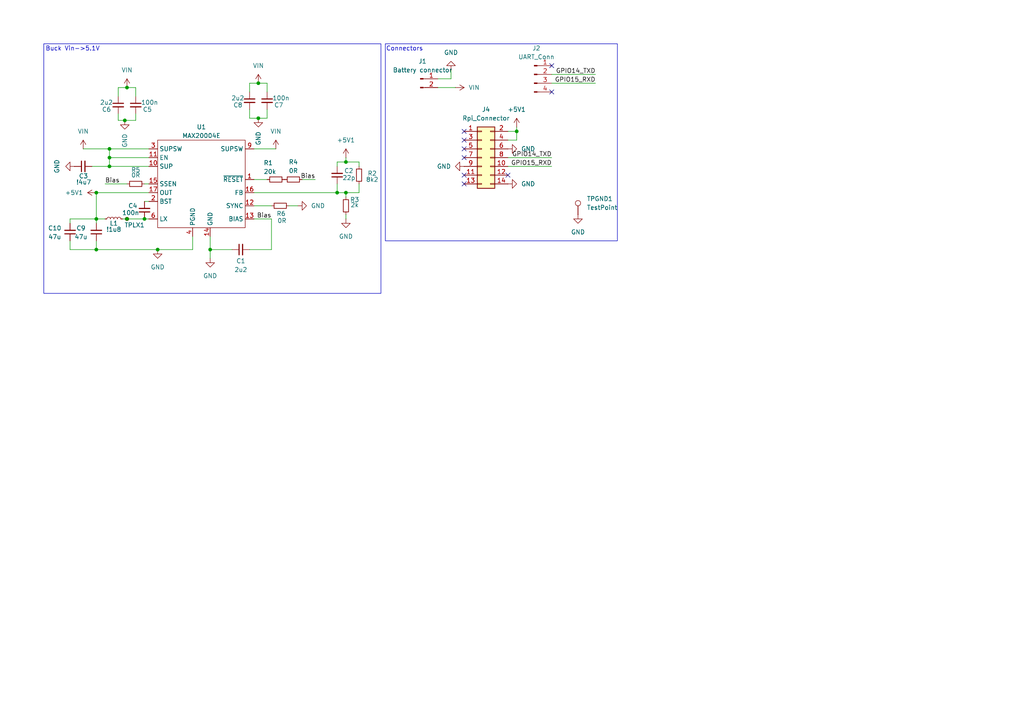
<source format=kicad_sch>
(kicad_sch (version 20231120) (generator "eeschema") (generator_version "8.0")
  (paper "A4")
  (lib_symbols
    (symbol "Connector:Conn_01x02_Pin" (pin_names (offset 1.016) hide)
      (property "Reference" "J" (at 0 2.54 0))
      (property "Value" "Conn_01x02_Pin" (at 0 -5.08 0))
      (symbol "Conn_01x02_Pin_1_1"
        (polyline (pts (xy 1.27 -2.54) (xy 0.8636 -2.54)) (stroke (width 0.1524)))
        (polyline (pts (xy 1.27 0) (xy 0.8636 0)) (stroke (width 0.1524)))
        (rectangle (start 0.8636 -2.413) (end 0 -2.667) (stroke (width 0.1524)) (fill (type outline)))
        (rectangle (start 0.8636 0.127) (end 0 -0.127) (stroke (width 0.1524)) (fill (type outline)))
        (pin passive line (at 5.08 0 180) (length 3.81) (name "Pin_1") (number "1"))
        (pin passive line (at 5.08 -2.54 180) (length 3.81) (name "Pin_2") (number "2"))
      )
    )
    (symbol "Connector:Conn_01x04_Pin" (pin_names (offset 1.016) hide)
      (property "Reference" "J" (at 0 5.08 0))
      (property "Value" "Conn_01x04_Pin" (at 0 -7.62 0))
      (symbol "Conn_01x04_Pin_1_1"
        (polyline (pts (xy 1.27 -5.08) (xy 0.8636 -5.08)) (stroke (width 0.1524)))
        (polyline (pts (xy 1.27 -2.54) (xy 0.8636 -2.54)) (stroke (width 0.1524)))
        (polyline (pts (xy 1.27 0) (xy 0.8636 0)) (stroke (width 0.1524)))
        (polyline (pts (xy 1.27 2.54) (xy 0.8636 2.54)) (stroke (width 0.1524)))
        (rectangle (start 0.8636 -4.953) (end 0 -5.207) (stroke (width 0.1524)) (fill (type outline)))
        (rectangle (start 0.8636 -2.413) (end 0 -2.667) (stroke (width 0.1524)) (fill (type outline)))
        (rectangle (start 0.8636 0.127) (end 0 -0.127) (stroke (width 0.1524)) (fill (type outline)))
        (rectangle (start 0.8636 2.667) (end 0 2.413) (stroke (width 0.1524)) (fill (type outline)))
        (pin passive line (at 5.08 2.54 180) (length 3.81) (name "Pin_1") (number "1"))
        (pin passive line (at 5.08 0 180) (length 3.81) (name "Pin_2") (number "2"))
        (pin passive line (at 5.08 -2.54 180) (length 3.81) (name "Pin_3") (number "3"))
        (pin passive line (at 5.08 -5.08 180) (length 3.81) (name "Pin_4") (number "4"))
      )
    )
    (symbol "Connector:TestPoint" (pin_numbers hide) (pin_names (offset 0.762) hide)
      (property "Reference" "TP" (at 0 6.858 0))
      (property "Value" "TestPoint" (at 0 5.08 0))
      (symbol "TestPoint_0_1"
        (circle (center 0 3.302) (radius 0.762))
      )
      (symbol "TestPoint_1_1"
        (pin passive line (at 0 0 90) (length 2.54) (name "1") (number "1"))
      )
    )
    (symbol "Connector:TestPoint_Small" (pin_numbers hide) (pin_names (offset 0.762) hide)
      (property "Reference" "TP" (at 0 3.81 0))
      (property "Value" "TestPoint_Small" (at 0 2.032 0))
      (symbol "TestPoint_Small_0_1"
        (circle (center 0 0) (radius 0.508))
      )
      (symbol "TestPoint_Small_1_1"
        (pin passive line (at 0 0 90) (length 0) (name "1") (number "1"))
      )
    )
    (symbol "Connector_Generic:Conn_02x07_Odd_Even" (pin_names (offset 1.016) hide)
      (property "Reference" "J" (at 1.27 10.16 0))
      (property "Value" "Conn_02x07_Odd_Even" (at 1.27 -10.16 0))
      (symbol "Conn_02x07_Odd_Even_1_1"
        (rectangle (start -1.27 -7.493) (end 0 -7.747) (stroke (width 0.1524)))
        (rectangle (start -1.27 -4.953) (end 0 -5.207) (stroke (width 0.1524)))
        (rectangle (start -1.27 -2.413) (end 0 -2.667) (stroke (width 0.1524)))
        (rectangle (start -1.27 0.127) (end 0 -0.127) (stroke (width 0.1524)))
        (rectangle (start -1.27 2.667) (end 0 2.413) (stroke (width 0.1524)))
        (rectangle (start -1.27 5.207) (end 0 4.953) (stroke (width 0.1524)))
        (rectangle (start -1.27 7.747) (end 0 7.493) (stroke (width 0.1524)))
        (rectangle (start -1.27 8.89) (end 3.81 -8.89) (stroke (width 0.254)) (fill (type background)))
        (rectangle (start 3.81 -7.493) (end 2.54 -7.747) (stroke (width 0.1524)))
        (rectangle (start 3.81 -4.953) (end 2.54 -5.207) (stroke (width 0.1524)))
        (rectangle (start 3.81 -2.413) (end 2.54 -2.667) (stroke (width 0.1524)))
        (rectangle (start 3.81 0.127) (end 2.54 -0.127) (stroke (width 0.1524)))
        (rectangle (start 3.81 2.667) (end 2.54 2.413) (stroke (width 0.1524)))
        (rectangle (start 3.81 5.207) (end 2.54 4.953) (stroke (width 0.1524)))
        (rectangle (start 3.81 7.747) (end 2.54 7.493) (stroke (width 0.1524)))
        (pin passive line (at -5.08 7.62 0) (length 3.81) (name "Pin_1") (number "1"))
        (pin passive line (at 7.62 -2.54 180) (length 3.81) (name "Pin_10") (number "10"))
        (pin passive line (at -5.08 -5.08 0) (length 3.81) (name "Pin_11") (number "11"))
        (pin passive line (at 7.62 -5.08 180) (length 3.81) (name "Pin_12") (number "12"))
        (pin passive line (at -5.08 -7.62 0) (length 3.81) (name "Pin_13") (number "13"))
        (pin passive line (at 7.62 -7.62 180) (length 3.81) (name "Pin_14") (number "14"))
        (pin passive line (at 7.62 7.62 180) (length 3.81) (name "Pin_2") (number "2"))
        (pin passive line (at -5.08 5.08 0) (length 3.81) (name "Pin_3") (number "3"))
        (pin passive line (at 7.62 5.08 180) (length 3.81) (name "Pin_4") (number "4"))
        (pin passive line (at -5.08 2.54 0) (length 3.81) (name "Pin_5") (number "5"))
        (pin passive line (at 7.62 2.54 180) (length 3.81) (name "Pin_6") (number "6"))
        (pin passive line (at -5.08 0 0) (length 3.81) (name "Pin_7") (number "7"))
        (pin passive line (at 7.62 0 180) (length 3.81) (name "Pin_8") (number "8"))
        (pin passive line (at -5.08 -2.54 0) (length 3.81) (name "Pin_9") (number "9"))
      )
    )
    (symbol "Custi:MAX20006E"
      (property "Reference" "U1" (at 0 16.51 0))
      (property "Value" "MAX20004E" (at 0 13.97 0))
      (symbol "MAX20006E_0_1"
        (rectangle (start -12.7 12.7) (end 12.7 -12.7))
      )
      (symbol "MAX20006E_1_1"
        (pin input line (at 15.24 1.27 180) (length 2.54) (name "~{RESET}") (number "1"))
        (pin input line (at -15.24 5.08 0) (length 2.54) (name "SUP") (number "10"))
        (pin input line (at -15.24 7.62 0) (length 2.54) (name "EN") (number "11"))
        (pin input line (at 15.24 -6.35 180) (length 2.54) (name "SYNC") (number "12"))
        (pin input line (at 15.24 -10.16 180) (length 2.54) (name "BIAS") (number "13"))
        (pin input line (at 2.54 -15.24 90) (length 2.54) (name "GND") (number "14"))
        (pin input line (at -15.24 0 0) (length 2.54) (name "SSEN") (number "15"))
        (pin input line (at 15.24 -2.54 180) (length 2.54) (name "FB") (number "16"))
        (pin input line (at -15.24 -2.54 0) (length 2.54) (name "OUT") (number "17"))
        (pin input line (at 15.24 10.16 180) (length 2.54) hide (name "SUPSW") (number "18"))
        (pin input line (at -15.24 -5.08 0) (length 2.54) (name "BST") (number "2"))
        (pin input line (at -15.24 10.16 0) (length 2.54) (name "SUPSW") (number "3"))
        (pin input line (at -2.54 -15.24 90) (length 2.54) (name "PGND") (number "4"))
        (pin input line (at -2.54 -15.24 90) (length 2.54) hide (name "PGND") (number "5"))
        (pin input line (at -15.24 -10.16 0) (length 2.54) (name "LX") (number "6"))
        (pin input line (at -2.54 -15.24 90) (length 2.54) hide (name "PGND") (number "7"))
        (pin input line (at -2.54 -15.24 90) (length 2.54) hide (name "PGND") (number "8"))
        (pin input line (at 15.24 10.16 180) (length 2.54) (name "SUPSW") (number "9"))
      )
    )
    (symbol "Device:C_Small" (pin_numbers hide) (pin_names (offset 0.254) hide)
      (property "Reference" "C" (at 0.254 1.778 0))
      (property "Value" "C_Small" (at 0.254 -2.032 0))
      (symbol "C_Small_0_1"
        (polyline (pts (xy -1.524 -0.508) (xy 1.524 -0.508)) (stroke (width 0.3302)))
        (polyline (pts (xy -1.524 0.508) (xy 1.524 0.508)) (stroke (width 0.3048)))
      )
      (symbol "C_Small_1_1"
        (pin passive line (at 0 2.54 270) (length 2.032) (name "~") (number "1"))
        (pin passive line (at 0 -2.54 90) (length 2.032) (name "~") (number "2"))
      )
    )
    (symbol "Device:L_Small" (pin_numbers hide) (pin_names (offset 0.254) hide)
      (property "Reference" "L" (at 0.762 1.016 0))
      (property "Value" "L_Small" (at 0.762 -1.016 0))
      (symbol "L_Small_0_1"
        (arc (start 0 -2.032) (mid 0.5058 -1.524) (end 0 -1.016))
        (arc (start 0 -1.016) (mid 0.5058 -0.508) (end 0 0))
        (arc (start 0 0) (mid 0.5058 0.508) (end 0 1.016))
        (arc (start 0 1.016) (mid 0.5058 1.524) (end 0 2.032))
      )
      (symbol "L_Small_1_1"
        (pin passive line (at 0 2.54 270) (length 0.508) (name "~") (number "1"))
        (pin passive line (at 0 -2.54 90) (length 0.508) (name "~") (number "2"))
      )
    )
    (symbol "Device:R_Small" (pin_numbers hide) (pin_names (offset 0.254) hide)
      (property "Reference" "R" (at 0.762 0.508 0))
      (property "Value" "R_Small" (at 0.762 -1.016 0))
      (symbol "R_Small_0_1"
        (rectangle (start -0.762 1.778) (end 0.762 -1.778) (stroke (width 0.2032)))
      )
      (symbol "R_Small_1_1"
        (pin passive line (at 0 2.54 270) (length 0.762) (name "~") (number "1"))
        (pin passive line (at 0 -2.54 90) (length 0.762) (name "~") (number "2"))
      )
    )
    (symbol "power:+5V" (power) (pin_numbers hide) (pin_names (offset 0) hide)
      (property "Value" "+5V" (at 0 3.556 0))
      (symbol "+5V_0_1"
        (polyline (pts (xy -0.762 1.27) (xy 0 2.54)))
        (polyline (pts (xy 0 0) (xy 0 2.54)))
        (polyline (pts (xy 0 2.54) (xy 0.762 1.27)))
      )
      (symbol "+5V_1_1"
        (pin power_in line (at 0 0 90) (length 0) (name "~") (number "1"))
      )
    )
    (symbol "power:GND" (power) (pin_numbers hide) (pin_names (offset 0) hide)
      (property "Value" "GND" (at 0 -3.81 0))
      (symbol "GND_0_1"
        (polyline (pts (xy 0 0) (xy 0 -1.27) (xy 1.27 -1.27) (xy 0 -2.54) (xy -1.27 -1.27) (xy 0 -1.27)))
      )
      (symbol "GND_1_1"
        (pin power_in line (at 0 0 270) (length 0) (name "~") (number "1"))
      )
    )
    (symbol "power:VBUS" (power) (pin_numbers hide) (pin_names (offset 0) hide)
      (property "Value" "VBUS" (at 0 3.556 0))
      (symbol "VBUS_0_1"
        (polyline (pts (xy -0.762 1.27) (xy 0 2.54)))
        (polyline (pts (xy 0 0) (xy 0 2.54)))
        (polyline (pts (xy 0 2.54) (xy 0.762 1.27)))
      )
      (symbol "VBUS_1_1"
        (pin power_in line (at 0 0 90) (length 0) (name "~") (number "1"))
      )
    )
  )
  (junction (at 27.94 63.5))
  (junction (at 100.33 46.99))
  (junction (at 36.83 25.4))
  (junction (at 100.33 55.88))
  (junction (at 60.96 72.39))
  (junction (at 31.75 45.72))
  (junction (at 74.93 34.29))
  (junction (at 36.83 63.5))
  (junction (at 27.94 72.39))
  (junction (at 74.93 24.13))
  (junction (at 27.94 55.88))
  (junction (at 31.75 43.18))
  (junction (at 149.86 38.1))
  (junction (at 41.91 63.5))
  (junction (at 97.79 55.88))
  (junction (at 45.72 72.39))
  (junction (at 31.75 48.26))
  (junction (at 36.195 34.925))
  (no_connect (at 134.62 53.34))
  (no_connect (at 160.02 26.67))
  (no_connect (at 134.62 43.18))
  (no_connect (at 147.32 50.8))
  (no_connect (at 134.62 40.64))
  (no_connect (at 134.62 38.1))
  (no_connect (at 134.62 45.72))
  (no_connect (at 134.62 50.8))
  (no_connect (at 160.02 19.05))
  (wire (pts (xy 72.39 31.75) (xy 72.39 34.29)))
  (wire (pts (xy 149.86 36.83) (xy 149.86 38.1)))
  (wire (pts (xy 100.33 62.23) (xy 100.33 63.5)))
  (wire (pts (xy 77.47 34.29) (xy 74.93 34.29)))
  (wire (pts (xy 83.82 59.69) (xy 86.36 59.69)))
  (wire (pts (xy 78.74 72.39) (xy 72.39 72.39)))
  (wire (pts (xy 41.91 58.42) (xy 43.18 58.42)))
  (wire (pts (xy 34.29 34.925) (xy 36.195 34.925)))
  (wire (pts (xy 26.67 48.26) (xy 31.75 48.26)))
  (wire (pts (xy 104.14 48.26) (xy 104.14 46.99)))
  (wire (pts (xy 104.14 46.99) (xy 100.33 46.99)))
  (wire (pts (xy 27.94 72.39) (xy 45.72 72.39)))
  (wire (pts (xy 147.32 48.26) (xy 160.02 48.26)))
  (wire (pts (xy 20.32 64.77) (xy 20.32 63.5)))
  (wire (pts (xy 149.86 40.64) (xy 147.32 40.64)))
  (wire (pts (xy 60.96 72.39) (xy 60.96 74.93)))
  (wire (pts (xy 39.37 25.4) (xy 36.83 25.4)))
  (wire (pts (xy 97.79 46.99) (xy 100.33 46.99)))
  (wire (pts (xy 127 25.4) (xy 132.08 25.4)))
  (wire (pts (xy 31.75 48.26) (xy 31.75 45.72)))
  (wire (pts (xy 35.56 63.5) (xy 36.83 63.5)))
  (wire (pts (xy 77.47 52.07) (xy 73.66 52.07)))
  (wire (pts (xy 27.94 63.5) (xy 27.94 64.77)))
  (wire (pts (xy 60.96 72.39) (xy 67.31 72.39)))
  (wire (pts (xy 55.88 68.58) (xy 55.88 72.39)))
  (wire (pts (xy 20.32 63.5) (xy 27.94 63.5)))
  (wire (pts (xy 73.66 59.69) (xy 78.74 59.69)))
  (wire (pts (xy 27.94 69.85) (xy 27.94 72.39)))
  (wire (pts (xy 60.96 68.58) (xy 60.96 72.39)))
  (wire (pts (xy 77.47 34.29) (xy 77.47 31.75)))
  (wire (pts (xy 100.33 55.88) (xy 104.14 55.88)))
  (wire (pts (xy 78.74 63.5) (xy 78.74 72.39)))
  (wire (pts (xy 87.63 52.07) (xy 91.44 52.07)))
  (wire (pts (xy 72.39 24.13) (xy 74.93 24.13)))
  (wire (pts (xy 100.33 55.88) (xy 100.33 57.15)))
  (wire (pts (xy 104.14 53.34) (xy 104.14 55.88)))
  (wire (pts (xy 72.39 26.67) (xy 72.39 24.13)))
  (wire (pts (xy 34.29 25.4) (xy 34.29 27.94)))
  (wire (pts (xy 41.91 53.34) (xy 43.18 53.34)))
  (wire (pts (xy 34.29 33.02) (xy 34.29 34.925)))
  (wire (pts (xy 27.94 55.88) (xy 43.18 55.88)))
  (wire (pts (xy 97.79 53.34) (xy 97.79 55.88)))
  (wire (pts (xy 24.13 43.18) (xy 31.75 43.18)))
  (wire (pts (xy 74.93 24.13) (xy 77.47 24.13)))
  (wire (pts (xy 20.32 69.85) (xy 20.32 72.39)))
  (wire (pts (xy 127 22.86) (xy 130.81 22.86)))
  (wire (pts (xy 39.37 25.4) (xy 39.37 27.94)))
  (wire (pts (xy 43.18 48.26) (xy 31.75 48.26)))
  (wire (pts (xy 41.91 63.5) (xy 43.18 63.5)))
  (wire (pts (xy 77.47 24.13) (xy 77.47 26.67)))
  (wire (pts (xy 27.94 55.88) (xy 27.94 63.5)))
  (wire (pts (xy 30.48 53.34) (xy 36.83 53.34)))
  (wire (pts (xy 78.74 63.5) (xy 73.66 63.5)))
  (wire (pts (xy 72.39 34.29) (xy 74.93 34.29)))
  (wire (pts (xy 27.94 63.5) (xy 30.48 63.5)))
  (wire (pts (xy 97.79 55.88) (xy 100.33 55.88)))
  (wire (pts (xy 31.75 43.18) (xy 43.18 43.18)))
  (wire (pts (xy 45.72 72.39) (xy 55.88 72.39)))
  (wire (pts (xy 31.75 45.72) (xy 31.75 43.18)))
  (wire (pts (xy 31.75 45.72) (xy 43.18 45.72)))
  (wire (pts (xy 160.02 21.59) (xy 172.72 21.59)))
  (wire (pts (xy 149.86 38.1) (xy 147.32 38.1)))
  (wire (pts (xy 160.02 24.13) (xy 172.72 24.13)))
  (wire (pts (xy 73.66 55.88) (xy 97.79 55.88)))
  (wire (pts (xy 73.66 43.18) (xy 80.01 43.18)))
  (wire (pts (xy 97.79 48.26) (xy 97.79 46.99)))
  (wire (pts (xy 130.81 22.86) (xy 130.81 20.32)))
  (wire (pts (xy 147.32 45.72) (xy 160.02 45.72)))
  (wire (pts (xy 36.83 63.5) (xy 41.91 63.5)))
  (wire (pts (xy 36.83 25.4) (xy 34.29 25.4)))
  (wire (pts (xy 20.32 72.39) (xy 27.94 72.39)))
  (wire (pts (xy 100.33 46.99) (xy 100.33 45.72)))
  (wire (pts (xy 149.86 38.1) (xy 149.86 40.64)))
  (wire (pts (xy 39.37 34.925) (xy 36.195 34.925)))
  (wire (pts (xy 39.37 34.925) (xy 39.37 33.02)))
  (rectangle (start 12.7 12.7) (end 110.49 85.09))
  (text_box "" (at 111.76 12.7 0) (size 67.31 57.15) (effects (font (size 1.27 1.27)) (justify left top)))
  (text "Connectors" (at 117.348 14.224 0) (effects (font (size 1.27 1.27))))
  (text "Buck Vin->5.1V" (at 21.082 14.224 0) (effects (font (size 1.27 1.27))))
  (label "GPIO14_TXD" (at 172.72 21.59 180))
  (label "Bias" (at 91.44 52.07 180))
  (label "Bias" (at 30.48 53.34 0))
  (label "GPIO15_RXD" (at 160.02 48.26 180))
  (label "Bias" (at 78.74 63.5 180))
  (label "GPIO14_TXD" (at 160.02 45.72 180))
  (label "GPIO15_RXD" (at 172.72 24.13 180))
  (symbol (lib_id "Device:R_Small") (at 104.14 50.8 180) (unit 1)
    (property "Reference" "R2" (at 107.95 50.292 0))
    (property "Value" "8k2" (at 107.95 52.07 0))
    (property "Footprint" "Resistor_SMD:R_0402_1005Metric" (effects (hide yes)))
    (property "Description" "Resistor, small symbol" (effects (hide yes)))
  )
  (symbol (lib_id "power:GND") (at 86.36 59.69 90) (unit 1)
    (property "Reference" "#PWR08" (effects (hide yes)))
    (property "Value" "GND" (at 90.17 59.6899 90) (effects (justify right)))
    (property "Description" "Power symbol creates a global label with name \"GND\" , ground" (effects (hide yes)))
  )
  (symbol (lib_id "Device:C_Small") (at 24.13 48.26 90) (mirror x) (unit 1)
    (property "Reference" "C3" (at 22.86 51.054 90) (effects (justify right)))
    (property "Value" "!4u7" (at 22.098 52.832 90) (effects (justify right)))
    (property "Footprint" "Capacitor_SMD:C_0805_2012Metric" (effects (hide yes)))
    (property "Datasheet" "https://www.mouser.fr/datasheet/2/396/mlcc02_e-1307760.pdf" (effects (hide yes)))
    (property "Description" "Unpolarized capacitor, small symbol" (effects (hide yes)))
    (property "MPN" "UMK212BBJ475KG-T" (effects (hide yes)))
  )
  (symbol (lib_id "power:GND") (at 100.33 63.5 0) (unit 1)
    (property "Reference" "#PWR03" (effects (hide yes)))
    (property "Value" "GND" (at 100.33 68.58 0))
    (property "Description" "Power symbol creates a global label with name \"GND\" , ground" (effects (hide yes)))
  )
  (symbol (lib_id "Device:C_Small") (at 20.32 67.31 180) (unit 1)
    (property "Reference" "C10" (at 15.875 66.167 0))
    (property "Value" "47u" (at 15.875 68.707 0))
    (property "Footprint" "Capacitor_SMD:C_0805_2012Metric" (effects (hide yes)))
    (property "Description" "Unpolarized capacitor, small symbol" (effects (hide yes)))
  )
  (symbol (lib_id "Device:R_Small") (at 39.37 53.34 90) (unit 1)
    (property "Reference" "R5" (at 39.37 49.276 90))
    (property "Value" "0R" (at 39.37 50.8 90))
    (property "Footprint" "Resistor_SMD:R_0402_1005Metric" (effects (hide yes)))
    (property "Description" "Resistor, small symbol" (effects (hide yes)))
  )
  (symbol (lib_id "power:GND") (at 36.195 34.925 0) (unit 1)
    (property "Reference" "#PWR011" (effects (hide yes)))
    (property "Value" "GND" (at 36.1951 38.735 90) (effects (justify right)))
    (property "Description" "Power symbol creates a global label with name \"GND\" , ground" (effects (hide yes)))
  )
  (symbol (lib_id "power:GND") (at 130.81 20.32 180) (unit 1)
    (property "Reference" "#PWR02" (effects (hide yes)))
    (property "Value" "GND" (at 130.81 15.24 0))
    (property "Description" "Power symbol creates a global label with name \"GND\" , ground" (effects (hide yes)))
  )
  (symbol (lib_id "power:VBUS") (at 149.86 36.83 0) (unit 1)
    (property "Reference" "#PWR023" (effects (hide yes)))
    (property "Value" "+5V1" (at 149.86 31.75 0))
    (property "Description" "Power symbol creates a global label with name \"VBUS\"" (effects (hide yes)))
  )
  (symbol (lib_id "power:GND") (at 167.64 62.23 0) (unit 1)
    (property "Reference" "#PWR016" (effects (hide yes)))
    (property "Value" "GND" (at 167.64 67.31 0))
    (property "Description" "Power symbol creates a global label with name \"GND\" , ground" (effects (hide yes)))
  )
  (symbol (lib_id "power:GND") (at 21.59 48.26 270) (unit 1)
    (property "Reference" "#PWR09" (effects (hide yes)))
    (property "Value" "GND" (at 16.51 48.26 0))
    (property "Description" "Power symbol creates a global label with name \"GND\" , ground" (effects (hide yes)))
  )
  (symbol (lib_id "Connector:Conn_01x02_Pin") (at 121.92 22.86 0) (unit 1)
    (property "Reference" "J1" (at 122.555 17.78 0))
    (property "Value" "Battery connector" (at 122.555 20.32 0))
    (property "Footprint" "Connector_AMASS:AMASS_XT60-F_1x02_P7.20mm_Vertical" (effects (hide yes)))
    (property "Description" "Generic connector, single row, 01x02, script generated" (effects (hide yes)))
  )
  (symbol (lib_id "Connector:TestPoint") (at 167.64 62.23 0) (unit 1)
    (property "Reference" "TPGND1" (at 170.18 57.6579 0) (effects (justify left)))
    (property "Value" "TestPoint" (at 170.18 60.1979 0) (effects (justify left)))
    (property "Footprint" "TestPoint:TestPoint_Pad_2.0x2.0mm" (effects (hide yes)))
    (property "Description" "test point" (effects (hide yes)))
  )
  (symbol (lib_id "Connector:Conn_01x04_Pin") (at 154.94 21.59 0) (unit 1)
    (property "Reference" "J2" (at 155.575 13.97 0))
    (property "Value" "UART_Conn" (at 155.575 16.51 0))
    (property "Footprint" "Connector_JST:JST_XH_B4B-XH-A_1x04_P2.50mm_Vertical" (effects (hide yes)))
    (property "Description" "Generic connector, single row, 01x04, script generated" (effects (hide yes)))
  )
  (symbol (lib_id "power:+5V") (at 100.33 45.72 0) (unit 1)
    (property "Reference" "#PWR05" (effects (hide yes)))
    (property "Value" "+5V1" (at 100.33 40.64 0))
    (property "Description" "Power symbol creates a global label with name \"+5V\"" (effects (hide yes)))
  )
  (symbol (lib_id "power:+5V") (at 36.83 25.4 0) (unit 1)
    (property "Reference" "#PWR014" (effects (hide yes)))
    (property "Value" "VIN" (at 36.83 20.32 0))
    (property "Description" "Power symbol creates a global label with name \"+5V\"" (effects (hide yes)))
  )
  (symbol (lib_id "Device:C_Small") (at 41.91 60.96 0) (mirror x) (unit 1)
    (property "Reference" "C4" (at 39.878 59.69 0) (effects (justify right)))
    (property "Value" "100n" (at 40.386 61.722 0) (effects (justify right)))
    (property "Footprint" "Capacitor_SMD:C_0402_1005Metric" (effects (hide yes)))
    (property "Description" "Unpolarized capacitor, small symbol" (effects (hide yes)))
  )
  (symbol (lib_id "power:GND") (at 45.72 72.39 0) (unit 1)
    (property "Reference" "#PWR015" (effects (hide yes)))
    (property "Value" "GND" (at 45.72 77.47 0))
    (property "Description" "Power symbol creates a global label with name \"GND\" , ground" (effects (hide yes)))
  )
  (symbol (lib_id "Device:C_Small") (at 69.85 72.39 90) (mirror x) (unit 1)
    (property "Reference" "C1" (at 69.85 75.692 90))
    (property "Value" "2u2" (at 69.85 78.232 90))
    (property "Footprint" "Capacitor_SMD:C_0805_2012Metric" (effects (hide yes)))
    (property "Description" "Unpolarized capacitor, small symbol" (effects (hide yes)))
  )
  (symbol (lib_id "Device:R_Small") (at 80.01 52.07 270) (mirror x) (unit 1)
    (property "Reference" "R1" (at 76.454 47.244 90) (effects (justify left)))
    (property "Value" "20k" (at 76.454 49.784 90) (effects (justify left)))
    (property "Footprint" "Resistor_SMD:R_0402_1005Metric" (effects (hide yes)))
    (property "Description" "Resistor, small symbol" (effects (hide yes)))
  )
  (symbol (lib_id "Connector:TestPoint_Small") (at 36.83 63.5 0) (unit 1)
    (property "Reference" "TPLX1" (at 36.068 65.278 0) (effects (justify left)))
    (property "Value" "TestPoint_Small" (effects (hide yes)))
    (property "Footprint" "TestPoint:TestPoint_Pad_D1.0mm" (effects (hide yes)))
    (property "Description" "test point" (effects (hide yes)))
  )
  (symbol (lib_id "Device:C_Small") (at 72.39 29.21 0) (unit 1)
    (property "Reference" "C8" (at 70.358 30.48 0) (effects (justify right)))
    (property "Value" "2u2" (at 70.866 28.448 0) (effects (justify right)))
    (property "Footprint" "Capacitor_SMD:C_0805_2012Metric" (effects (hide yes)))
    (property "Description" "Unpolarized capacitor, small symbol" (effects (hide yes)))
  )
  (symbol (lib_id "Device:C_Small") (at 39.37 30.48 0) (mirror y) (unit 1)
    (property "Reference" "C5" (at 41.402 31.75 0) (effects (justify right)))
    (property "Value" "100n" (at 40.894 29.718 0) (effects (justify right)))
    (property "Footprint" "Capacitor_SMD:C_0402_1005Metric" (effects (hide yes)))
    (property "Description" "Unpolarized capacitor, small symbol" (effects (hide yes)))
  )
  (symbol (lib_id "Device:R_Small") (at 85.09 52.07 90) (unit 1)
    (property "Reference" "R4" (at 85.09 46.99 90))
    (property "Value" "0R" (at 85.09 49.53 90))
    (property "Footprint" "Resistor_SMD:R_0402_1005Metric" (effects (hide yes)))
    (property "Description" "Resistor, small symbol" (effects (hide yes)))
  )
  (symbol (lib_id "Device:R_Small") (at 81.28 59.69 90) (unit 1)
    (property "Reference" "R6" (at 81.534 61.976 90))
    (property "Value" "0R" (at 81.788 64.008 90))
    (property "Footprint" "Resistor_SMD:R_0402_1005Metric" (effects (hide yes)))
    (property "Description" "Resistor, small symbol" (effects (hide yes)))
  )
  (symbol (lib_id "Device:C_Small") (at 34.29 30.48 0) (unit 1)
    (property "Reference" "C6" (at 32.258 31.75 0) (effects (justify right)))
    (property "Value" "2u2" (at 32.766 29.718 0) (effects (justify right)))
    (property "Footprint" "Capacitor_SMD:C_0805_2012Metric" (effects (hide yes)))
    (property "Description" "Unpolarized capacitor, small symbol" (effects (hide yes)))
  )
  (symbol (lib_id "Device:C_Small") (at 77.47 29.21 0) (mirror y) (unit 1)
    (property "Reference" "C7" (at 79.502 30.48 0) (effects (justify right)))
    (property "Value" "100n" (at 78.994 28.448 0) (effects (justify right)))
    (property "Footprint" "Capacitor_SMD:C_0402_1005Metric" (effects (hide yes)))
    (property "Description" "Unpolarized capacitor, small symbol" (effects (hide yes)))
  )
  (symbol (lib_id "power:GND") (at 147.32 43.18 90) (unit 1)
    (property "Reference" "#PWR021" (effects (hide yes)))
    (property "Value" "GND" (at 151.13 43.1799 90) (effects (justify right)))
    (property "Description" "Power symbol creates a global label with name \"GND\" , ground" (effects (hide yes)))
  )
  (symbol (lib_id "power:+5V") (at 27.94 55.88 90) (unit 1)
    (property "Reference" "#PWR04" (effects (hide yes)))
    (property "Value" "+5V1" (at 24.13 55.8799 90) (effects (justify left)))
    (property "Description" "Power symbol creates a global label with name \"+5V\"" (effects (hide yes)))
  )
  (symbol (lib_id "power:GND") (at 134.62 48.26 270) (unit 1)
    (property "Reference" "#PWR020" (effects (hide yes)))
    (property "Value" "GND" (at 130.81 48.2599 90) (effects (justify right)))
    (property "Description" "Power symbol creates a global label with name \"GND\" , ground" (effects (hide yes)))
  )
  (symbol (lib_id "Device:R_Small") (at 100.33 59.69 0) (unit 1)
    (property "Reference" "R3" (at 102.87 57.912 0))
    (property "Value" "2k" (at 102.87 59.436 0))
    (property "Footprint" "Resistor_SMD:R_0402_1005Metric" (effects (hide yes)))
    (property "Description" "Resistor, small symbol" (effects (hide yes)))
  )
  (symbol (lib_id "power:+5V") (at 80.01 43.18 0) (unit 1)
    (property "Reference" "#PWR013" (effects (hide yes)))
    (property "Value" "VIN" (at 80.01 38.1 0))
    (property "Description" "Power symbol creates a global label with name \"+5V\"" (effects (hide yes)))
  )
  (symbol (lib_id "Device:L_Small") (at 33.02 63.5 90) (unit 1)
    (property "Reference" "L1" (at 33.02 64.77 90))
    (property "Value" "!1u8" (at 33.02 66.548 90))
    (property "Footprint" "Custom:74437346018" (effects (hide yes)))
    (property "Datasheet" "https://www.we-online.com/components/products/datasheet/74437346018.pdf" (effects (hide yes)))
    (property "Description" "Inductor, small symbol" (effects (hide yes)))
    (property "MPN" " 74437346018" (effects (hide yes)))
  )
  (symbol (lib_id "Device:C_Small") (at 27.94 67.31 180) (unit 1)
    (property "Reference" "C9" (at 23.495 66.167 0))
    (property "Value" "47u" (at 23.495 68.707 0))
    (property "Footprint" "Capacitor_SMD:C_0805_2012Metric" (effects (hide yes)))
    (property "Description" "Unpolarized capacitor, small symbol" (effects (hide yes)))
  )
  (symbol (lib_id "power:+5V") (at 132.08 25.4 270) (unit 1)
    (property "Reference" "#PWR06" (effects (hide yes)))
    (property "Value" "VIN" (at 135.89 25.3999 90) (effects (justify left)))
    (property "Description" "Power symbol creates a global label with name \"+5V\"" (effects (hide yes)))
  )
  (symbol (lib_id "power:GND") (at 74.93 34.29 0) (unit 1)
    (property "Reference" "#PWR010" (effects (hide yes)))
    (property "Value" "GND" (at 74.9301 38.1 90) (effects (justify right)))
    (property "Description" "Power symbol creates a global label with name \"GND\" , ground" (effects (hide yes)))
  )
  (symbol (lib_id "Connector_Generic:Conn_02x07_Odd_Even") (at 139.7 45.72 0) (unit 1)
    (property "Reference" "J4" (at 140.97 31.75 0))
    (property "Value" "Rpi_Connector" (at 140.97 34.29 0))
    (property "Footprint" "Connector_PinSocket_2.54mm:PinSocket_2x07_P2.54mm_Vertical" (effects (hide yes)))
    (property "Description" "Generic connector, double row, 02x07, odd/even pin numbering scheme (row 1 odd numbers, row 2 even numbers), script generated (kicad-library-utils/schlib/autogen/connector/)" (effects (hide yes)))
  )
  (symbol (lib_id "Custi:MAX20006E") (at 58.42 53.34 0) (unit 1)
    (property "Reference" "U1" (at 58.42 36.83 0))
    (property "Value" "MAX20004E" (at 58.42 39.37 0))
    (property "Footprint" "Custom:F173A3FY+7" (effects (hide yes)))
    (property "Datasheet" "https://www.mouser.fr/datasheet/2/609/MAX20004E_MAX20008E-3469191.pdf" (effects (hide yes)))
    (property "MPN" "MAX20004E" (effects (hide yes)))
  )
  (symbol (lib_id "power:+5V") (at 74.93 24.13 0) (unit 1)
    (property "Reference" "#PWR012" (effects (hide yes)))
    (property "Value" "VIN" (at 74.93 19.05 0))
    (property "Description" "Power symbol creates a global label with name \"+5V\"" (effects (hide yes)))
  )
  (symbol (lib_id "power:GND") (at 60.96 74.93 0) (unit 1)
    (property "Reference" "#PWR01" (effects (hide yes)))
    (property "Value" "GND" (at 60.96 80.01 0))
    (property "Description" "Power symbol creates a global label with name \"GND\" , ground" (effects (hide yes)))
  )
  (symbol (lib_id "Device:C_Small") (at 97.79 50.8 180) (unit 1)
    (property "Reference" "C2" (at 99.822 49.53 0) (effects (justify right)))
    (property "Value" "22p" (at 99.314 51.562 0) (effects (justify right)))
    (property "Footprint" "Capacitor_SMD:C_0402_1005Metric" (effects (hide yes)))
    (property "Description" "Unpolarized capacitor, small symbol" (effects (hide yes)))
  )
  (symbol (lib_id "power:GND") (at 147.32 53.34 90) (unit 1)
    (property "Reference" "#PWR022" (effects (hide yes)))
    (property "Value" "GND" (at 151.13 53.3399 90) (effects (justify right)))
    (property "Description" "Power symbol creates a global label with name \"GND\" , ground" (effects (hide yes)))
  )
  (symbol (lib_id "power:+5V") (at 24.13 43.18 0) (unit 1)
    (property "Reference" "#PWR07" (effects (hide yes)))
    (property "Value" "VIN" (at 24.13 38.1 0))
    (property "Description" "Power symbol creates a global label with name \"+5V\"" (effects (hide yes)))
  )
)
</source>
